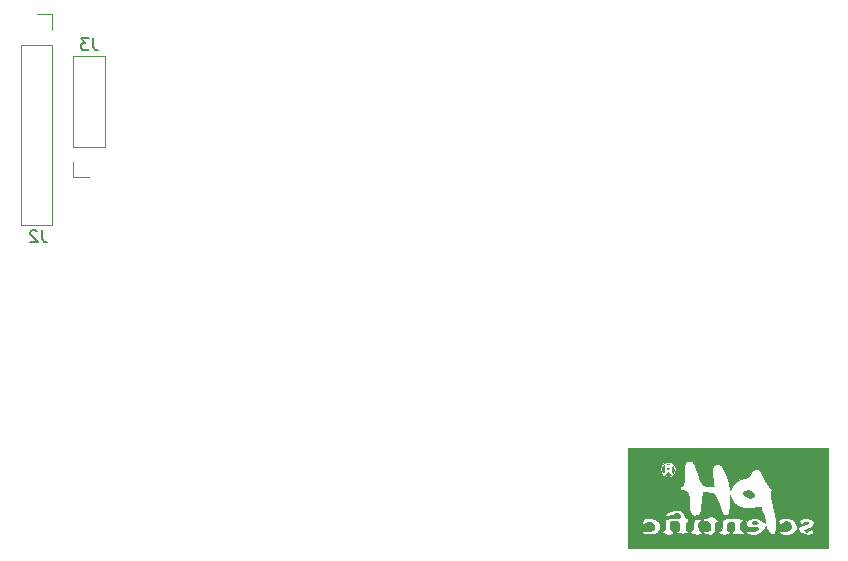
<source format=gbr>
G04 #@! TF.GenerationSoftware,KiCad,Pcbnew,(5.1.2)-2*
G04 #@! TF.CreationDate,2019-10-28T15:07:55+07:00*
G04 #@! TF.ProjectId,ph_shield_sim7000_pm2_hw,70685f73-6869-4656-9c64-5f73696d3730,rev?*
G04 #@! TF.SameCoordinates,Original*
G04 #@! TF.FileFunction,Legend,Bot*
G04 #@! TF.FilePolarity,Positive*
%FSLAX46Y46*%
G04 Gerber Fmt 4.6, Leading zero omitted, Abs format (unit mm)*
G04 Created by KiCad (PCBNEW (5.1.2)-2) date 2019-10-28 15:07:55*
%MOMM*%
%LPD*%
G04 APERTURE LIST*
%ADD10C,0.010000*%
%ADD11C,0.120000*%
%ADD12C,0.150000*%
G04 APERTURE END LIST*
D10*
G36*
X152559333Y-119281333D02*
G01*
X169492666Y-119281333D01*
X169492666Y-117224351D01*
X168291973Y-117224351D01*
X168242362Y-117384811D01*
X168109632Y-117499766D01*
X167887739Y-117596027D01*
X167658200Y-117696948D01*
X167507043Y-117794230D01*
X167478517Y-117830781D01*
X167513656Y-117904468D01*
X167642566Y-117926226D01*
X167799355Y-117900516D01*
X167918125Y-117831801D01*
X167938049Y-117799667D01*
X168039247Y-117682234D01*
X168154680Y-117699518D01*
X168220875Y-117835782D01*
X168222666Y-117870222D01*
X168200781Y-118048031D01*
X168166222Y-118124222D01*
X168023573Y-118173087D01*
X167782727Y-118178554D01*
X167507807Y-118145462D01*
X167262934Y-118078649D01*
X167202462Y-118051492D01*
X167001310Y-117887160D01*
X166952666Y-117721329D01*
X166982562Y-117589082D01*
X167097408Y-117486823D01*
X167110681Y-117481025D01*
X166851232Y-117481025D01*
X166847765Y-117728145D01*
X166769567Y-117891296D01*
X166649314Y-118001728D01*
X166404132Y-118116843D01*
X166071250Y-118179710D01*
X165726487Y-118182072D01*
X165477925Y-118129275D01*
X165361046Y-118019051D01*
X165344000Y-117950519D01*
X165382715Y-117868836D01*
X165524631Y-117860078D01*
X165629886Y-117876787D01*
X165971971Y-117892275D01*
X166218452Y-117802710D01*
X166346769Y-117619246D01*
X166360000Y-117515796D01*
X166347283Y-117463603D01*
X165089879Y-117463603D01*
X165072579Y-117818246D01*
X165006748Y-118044135D01*
X164967063Y-118092628D01*
X164806240Y-118150067D01*
X164629655Y-118122311D01*
X164511600Y-118028384D01*
X164497333Y-117972353D01*
X164429146Y-117846793D01*
X164370333Y-117811382D01*
X164266738Y-117697156D01*
X164235697Y-117569490D01*
X164222296Y-117470945D01*
X164188938Y-117522170D01*
X164149116Y-117649545D01*
X163996012Y-117900584D01*
X163730208Y-118088641D01*
X163401108Y-118199683D01*
X163058116Y-118219677D01*
X162750637Y-118134589D01*
X162655833Y-118073719D01*
X162568378Y-117971638D01*
X162358365Y-117971638D01*
X162356144Y-118071932D01*
X162274833Y-118126059D01*
X162105409Y-118157530D01*
X161866315Y-118160805D01*
X161623275Y-118140259D01*
X161442010Y-118100270D01*
X161389126Y-118067079D01*
X161402307Y-117954423D01*
X161457565Y-117892656D01*
X161537756Y-117736028D01*
X161534000Y-117461000D01*
X161494422Y-117243214D01*
X161421210Y-117146447D01*
X161272273Y-117122597D01*
X161237666Y-117122333D01*
X161070706Y-117138684D01*
X160992150Y-117220555D01*
X160959511Y-117417170D01*
X160956926Y-117447591D01*
X160967575Y-117712390D01*
X161063964Y-117874105D01*
X161083926Y-117890482D01*
X161185765Y-117990569D01*
X161149387Y-118065273D01*
X161110666Y-118093094D01*
X160915800Y-118156704D01*
X160646491Y-118175459D01*
X160391685Y-118148179D01*
X160274319Y-118104169D01*
X160207472Y-117991717D01*
X160262654Y-117879649D01*
X160374830Y-117841638D01*
X160442258Y-117761628D01*
X160488693Y-117540843D01*
X160500952Y-117397252D01*
X160530585Y-117129138D01*
X160552978Y-117036191D01*
X160170948Y-117036191D01*
X160071056Y-117079610D01*
X160052333Y-117080000D01*
X159975440Y-117122119D01*
X159936037Y-117269741D01*
X159925333Y-117541459D01*
X159884926Y-117890803D01*
X159755345Y-118102252D01*
X159524056Y-118184704D01*
X159178522Y-118147054D01*
X159099833Y-118127302D01*
X158932989Y-118042308D01*
X158914470Y-117942840D01*
X159030947Y-117864832D01*
X159205666Y-117842000D01*
X159407229Y-117825047D01*
X159489087Y-117753545D01*
X159500844Y-117651500D01*
X159463091Y-117321048D01*
X159348885Y-117129576D01*
X159182408Y-117063625D01*
X158988759Y-117002078D01*
X158937350Y-116905807D01*
X158945931Y-116897646D01*
X158815329Y-116897646D01*
X158796426Y-116969942D01*
X158651786Y-117038792D01*
X158542784Y-117102976D01*
X158498037Y-117235892D01*
X158498237Y-117467136D01*
X158534011Y-117729214D01*
X158616417Y-117862198D01*
X158671118Y-117889343D01*
X158811178Y-117979270D01*
X158789615Y-118100365D01*
X158768222Y-118124222D01*
X158646200Y-118162841D01*
X158426803Y-118178729D01*
X158180516Y-118171455D01*
X157977824Y-118140587D01*
X157942591Y-118129275D01*
X157831613Y-118032798D01*
X157828455Y-118003407D01*
X157724000Y-118003407D01*
X157643528Y-118057025D01*
X157416949Y-118088778D01*
X157173666Y-118096000D01*
X156854983Y-118082461D01*
X156666256Y-118044339D01*
X156623333Y-118003407D01*
X156693259Y-117906633D01*
X156771759Y-117871999D01*
X156865219Y-117811635D01*
X156898416Y-117667166D01*
X156890907Y-117465049D01*
X156861356Y-117232754D01*
X156796482Y-117117690D01*
X156658399Y-117067775D01*
X156594314Y-117057314D01*
X156373505Y-117041158D01*
X156221166Y-117057916D01*
X156146115Y-117165223D01*
X156114209Y-117368277D01*
X156123692Y-117599556D01*
X156172812Y-117791534D01*
X156242333Y-117872618D01*
X156355000Y-117988243D01*
X156369333Y-118055434D01*
X156297623Y-118139418D01*
X156119538Y-118177882D01*
X155890644Y-118174788D01*
X155666511Y-118134098D01*
X155502705Y-118059771D01*
X155453751Y-117990167D01*
X155486544Y-117864134D01*
X155558792Y-117842000D01*
X155635317Y-117807862D01*
X155676533Y-117682769D01*
X155691362Y-117432699D01*
X155691833Y-117359705D01*
X155288939Y-117359705D01*
X155280312Y-117679597D01*
X155260899Y-117743220D01*
X155139231Y-117951325D01*
X154989033Y-118079325D01*
X154772123Y-118138086D01*
X154467624Y-118170153D01*
X154154487Y-118171974D01*
X153911664Y-118139998D01*
X153878591Y-118129275D01*
X153761714Y-118019136D01*
X153744666Y-117950678D01*
X153786278Y-117868948D01*
X153935408Y-117850870D01*
X154062166Y-117862600D01*
X154409411Y-117860357D01*
X154657153Y-117769383D01*
X154786321Y-117607735D01*
X154777842Y-117393470D01*
X154704173Y-117254810D01*
X154545576Y-117130643D01*
X154338459Y-117081211D01*
X154149847Y-117111435D01*
X154052715Y-117207000D01*
X153949397Y-117326725D01*
X153827828Y-117313880D01*
X153750133Y-117184940D01*
X153744666Y-117125312D01*
X153815881Y-116911105D01*
X154021803Y-116787622D01*
X154350852Y-116760301D01*
X154492000Y-116774331D01*
X154878335Y-116886346D01*
X155149464Y-117088379D01*
X155288939Y-117359705D01*
X155691833Y-117359705D01*
X155692000Y-117334000D01*
X155692000Y-116826000D01*
X156200000Y-116815417D01*
X156547891Y-116806812D01*
X156761383Y-116792073D01*
X156875363Y-116761142D01*
X156924719Y-116703964D01*
X156944340Y-116610480D01*
X156945769Y-116600439D01*
X156905026Y-116433156D01*
X156768203Y-116344354D01*
X156598630Y-116355394D01*
X156485685Y-116445243D01*
X156343196Y-116545580D01*
X156246401Y-116542943D01*
X156135058Y-116541886D01*
X156115333Y-116580546D01*
X156051764Y-116638940D01*
X155912254Y-116636078D01*
X155773595Y-116583819D01*
X155716215Y-116518916D01*
X155763414Y-116419906D01*
X155927285Y-116301993D01*
X156160418Y-116188107D01*
X156415399Y-116101178D01*
X156644817Y-116064135D01*
X156656856Y-116064000D01*
X156927585Y-116117557D01*
X157172968Y-116253690D01*
X157341117Y-116435587D01*
X157385333Y-116580802D01*
X157442414Y-116740969D01*
X157512333Y-116795382D01*
X157621570Y-116897795D01*
X157623565Y-117028171D01*
X157543111Y-117097963D01*
X157481162Y-117194730D01*
X157442236Y-117398208D01*
X157437278Y-117481748D01*
X157449740Y-117724366D01*
X157514498Y-117843995D01*
X157575833Y-117872137D01*
X157701501Y-117948635D01*
X157724000Y-118003407D01*
X157828455Y-118003407D01*
X157818801Y-117913584D01*
X157906954Y-117843768D01*
X157931441Y-117842000D01*
X158008953Y-117789703D01*
X158056709Y-117615818D01*
X158079608Y-117355167D01*
X158105000Y-116868333D01*
X158464833Y-116842298D01*
X158698873Y-116848870D01*
X158815329Y-116897646D01*
X158945931Y-116897646D01*
X159034513Y-116813403D01*
X159136152Y-116781675D01*
X159369198Y-116715085D01*
X159524499Y-116650003D01*
X159678503Y-116624192D01*
X159873741Y-116718056D01*
X159926666Y-116755706D01*
X160121904Y-116925863D01*
X160170948Y-117036191D01*
X160552978Y-117036191D01*
X160578695Y-116929455D01*
X160611186Y-116868447D01*
X160725382Y-116835641D01*
X160960443Y-116812819D01*
X161268436Y-116800244D01*
X161601425Y-116798179D01*
X161911475Y-116806884D01*
X162150654Y-116826623D01*
X162271025Y-116857658D01*
X162272910Y-116859355D01*
X162262116Y-116951272D01*
X162182592Y-117064981D01*
X162073469Y-117267794D01*
X162038543Y-117510703D01*
X162075668Y-117732506D01*
X162182697Y-117872001D01*
X162211333Y-117884333D01*
X162358365Y-117971638D01*
X162568378Y-117971638D01*
X162548896Y-117948898D01*
X162594674Y-117874903D01*
X162781607Y-117861481D01*
X162891513Y-117874968D01*
X163192221Y-117885160D01*
X163427054Y-117822945D01*
X163554426Y-117702542D01*
X163566000Y-117644355D01*
X163494281Y-117572482D01*
X163274703Y-117571349D01*
X163269896Y-117571904D01*
X162914640Y-117576736D01*
X162652364Y-117505953D01*
X162517309Y-117370931D01*
X162512914Y-117162614D01*
X162641805Y-116982163D01*
X162868210Y-116847750D01*
X163156360Y-116777546D01*
X163470484Y-116789723D01*
X163597214Y-116822330D01*
X163839581Y-116938848D01*
X164025507Y-117089495D01*
X164039976Y-117107646D01*
X164126607Y-117216749D01*
X164153707Y-117204017D01*
X164134060Y-117049759D01*
X164122316Y-116980814D01*
X164065171Y-116710964D01*
X163981459Y-116382193D01*
X163938646Y-116231614D01*
X163855379Y-115979447D01*
X163782280Y-115858216D01*
X163691307Y-115833889D01*
X163623735Y-115849412D01*
X163443439Y-115885470D01*
X163160643Y-115922698D01*
X162888666Y-115948609D01*
X162345921Y-115930031D01*
X161906795Y-115779265D01*
X161565915Y-115493721D01*
X161389538Y-115225183D01*
X161195333Y-114852033D01*
X161186894Y-115479183D01*
X161172991Y-115923691D01*
X161139222Y-116225087D01*
X161076309Y-116409265D01*
X160974976Y-116502113D01*
X160825946Y-116529524D01*
X160810516Y-116529667D01*
X160700090Y-116522020D01*
X160613854Y-116480932D01*
X160534452Y-116379183D01*
X160444527Y-116189553D01*
X160326723Y-115884822D01*
X160228979Y-115617636D01*
X160079394Y-115212371D01*
X159960997Y-114938436D01*
X159846076Y-114768405D01*
X159706918Y-114674848D01*
X159515811Y-114630338D01*
X159245041Y-114607446D01*
X159205666Y-114604836D01*
X158867000Y-114582333D01*
X158814382Y-115344333D01*
X158773128Y-115828728D01*
X158719624Y-116168354D01*
X158642218Y-116387771D01*
X158529258Y-116511544D01*
X158369091Y-116564233D01*
X158232000Y-116572000D01*
X158017756Y-116548310D01*
X157872069Y-116460256D01*
X157782709Y-116282363D01*
X157737449Y-115989155D01*
X157724060Y-115555155D01*
X157724000Y-115513666D01*
X157712154Y-115069543D01*
X157668579Y-114766780D01*
X157581221Y-114578554D01*
X157438024Y-114478039D01*
X157241299Y-114439524D01*
X157023605Y-114402679D01*
X156931906Y-114323508D01*
X156919666Y-114243667D01*
X156989873Y-114090078D01*
X157091210Y-114049762D01*
X157166739Y-114027438D01*
X157216378Y-113966189D01*
X157245735Y-113835780D01*
X157260416Y-113605974D01*
X157266026Y-113246536D01*
X157266806Y-113102729D01*
X157275266Y-112689194D01*
X156623333Y-112689194D01*
X156552963Y-112997222D01*
X156369056Y-113219306D01*
X156112417Y-113339165D01*
X155823849Y-113340513D01*
X155544157Y-113207070D01*
X155476485Y-113146848D01*
X155312057Y-112881762D01*
X155285232Y-112592749D01*
X155378671Y-112322159D01*
X155575040Y-112112338D01*
X155856999Y-112005636D01*
X155946000Y-112000000D01*
X156241285Y-112076867D01*
X156476946Y-112277754D01*
X156609177Y-112558086D01*
X156623333Y-112689194D01*
X157275266Y-112689194D01*
X157276497Y-112629066D01*
X157307931Y-112299281D01*
X157371953Y-112088270D01*
X157479406Y-111970931D01*
X157641134Y-111922158D01*
X157779709Y-111915333D01*
X157958146Y-111930509D01*
X158075018Y-112003092D01*
X158177076Y-112173663D01*
X158239918Y-112314806D01*
X158353024Y-112605982D01*
X158481730Y-112977655D01*
X158592433Y-113330451D01*
X158692765Y-113654175D01*
X158788120Y-113853198D01*
X158921851Y-113965106D01*
X159137312Y-114027487D01*
X159450224Y-114074162D01*
X159693018Y-114102051D01*
X159803294Y-114091737D01*
X159815494Y-114033277D01*
X159792157Y-113975446D01*
X159754699Y-113820526D01*
X159719839Y-113548665D01*
X159693903Y-113212212D01*
X159689713Y-113127751D01*
X159677699Y-112783799D01*
X159684820Y-112567460D01*
X159720155Y-112437312D01*
X159792781Y-112351935D01*
X159872052Y-112295721D01*
X160093000Y-112201866D01*
X160280271Y-112183970D01*
X160450755Y-112286343D01*
X160630475Y-112529998D01*
X160806153Y-112888382D01*
X160964514Y-113334948D01*
X161079519Y-113782185D01*
X161220784Y-114439570D01*
X161398558Y-114088302D01*
X161661594Y-113721808D01*
X162005744Y-113470188D01*
X162394710Y-113358151D01*
X162476241Y-113354667D01*
X162698312Y-113336636D01*
X162808709Y-113262431D01*
X162851884Y-113151029D01*
X162974343Y-112902987D01*
X163176079Y-112706988D01*
X163403615Y-112608337D01*
X163494214Y-112606859D01*
X163611737Y-112657928D01*
X163739518Y-112794058D01*
X163896447Y-113040037D01*
X164074000Y-113367710D01*
X164256017Y-113704872D01*
X164427519Y-114000154D01*
X164562674Y-114210020D01*
X164609915Y-114270834D01*
X164713043Y-114437079D01*
X164680908Y-114597964D01*
X164677564Y-114604303D01*
X164637910Y-114781826D01*
X164672684Y-115054906D01*
X164714906Y-115225180D01*
X164871163Y-115860995D01*
X164987115Y-116461593D01*
X165060706Y-117003591D01*
X165089879Y-117463603D01*
X166347283Y-117463603D01*
X166300454Y-117271408D01*
X166151439Y-117106628D01*
X165957389Y-117045114D01*
X165762738Y-117110524D01*
X165703847Y-117166427D01*
X165526219Y-117311671D01*
X165383450Y-117305944D01*
X165313382Y-117207000D01*
X165298447Y-116992577D01*
X165424916Y-116839108D01*
X165672215Y-116758176D01*
X166019770Y-116761366D01*
X166087444Y-116771124D01*
X166477772Y-116892188D01*
X166729115Y-117107965D01*
X166845034Y-117421764D01*
X166851232Y-117481025D01*
X167110681Y-117481025D01*
X167334941Y-117383064D01*
X167376000Y-117368111D01*
X167646023Y-117254710D01*
X167780945Y-117162020D01*
X167771741Y-117100385D01*
X167627343Y-117080000D01*
X167464537Y-117135171D01*
X167406618Y-117207000D01*
X167305373Y-117332361D01*
X167184375Y-117330433D01*
X167089003Y-117230230D01*
X167064638Y-117060766D01*
X167078973Y-116997517D01*
X167206822Y-116849550D01*
X167442885Y-116776137D01*
X167740091Y-116784305D01*
X168003120Y-116859584D01*
X168208207Y-116963717D01*
X168290017Y-117076048D01*
X168291973Y-117224351D01*
X169492666Y-117224351D01*
X169492666Y-110814667D01*
X152559333Y-110814667D01*
X152559333Y-119281333D01*
X152559333Y-119281333D01*
G37*
X152559333Y-119281333D02*
X169492666Y-119281333D01*
X169492666Y-117224351D01*
X168291973Y-117224351D01*
X168242362Y-117384811D01*
X168109632Y-117499766D01*
X167887739Y-117596027D01*
X167658200Y-117696948D01*
X167507043Y-117794230D01*
X167478517Y-117830781D01*
X167513656Y-117904468D01*
X167642566Y-117926226D01*
X167799355Y-117900516D01*
X167918125Y-117831801D01*
X167938049Y-117799667D01*
X168039247Y-117682234D01*
X168154680Y-117699518D01*
X168220875Y-117835782D01*
X168222666Y-117870222D01*
X168200781Y-118048031D01*
X168166222Y-118124222D01*
X168023573Y-118173087D01*
X167782727Y-118178554D01*
X167507807Y-118145462D01*
X167262934Y-118078649D01*
X167202462Y-118051492D01*
X167001310Y-117887160D01*
X166952666Y-117721329D01*
X166982562Y-117589082D01*
X167097408Y-117486823D01*
X167110681Y-117481025D01*
X166851232Y-117481025D01*
X166847765Y-117728145D01*
X166769567Y-117891296D01*
X166649314Y-118001728D01*
X166404132Y-118116843D01*
X166071250Y-118179710D01*
X165726487Y-118182072D01*
X165477925Y-118129275D01*
X165361046Y-118019051D01*
X165344000Y-117950519D01*
X165382715Y-117868836D01*
X165524631Y-117860078D01*
X165629886Y-117876787D01*
X165971971Y-117892275D01*
X166218452Y-117802710D01*
X166346769Y-117619246D01*
X166360000Y-117515796D01*
X166347283Y-117463603D01*
X165089879Y-117463603D01*
X165072579Y-117818246D01*
X165006748Y-118044135D01*
X164967063Y-118092628D01*
X164806240Y-118150067D01*
X164629655Y-118122311D01*
X164511600Y-118028384D01*
X164497333Y-117972353D01*
X164429146Y-117846793D01*
X164370333Y-117811382D01*
X164266738Y-117697156D01*
X164235697Y-117569490D01*
X164222296Y-117470945D01*
X164188938Y-117522170D01*
X164149116Y-117649545D01*
X163996012Y-117900584D01*
X163730208Y-118088641D01*
X163401108Y-118199683D01*
X163058116Y-118219677D01*
X162750637Y-118134589D01*
X162655833Y-118073719D01*
X162568378Y-117971638D01*
X162358365Y-117971638D01*
X162356144Y-118071932D01*
X162274833Y-118126059D01*
X162105409Y-118157530D01*
X161866315Y-118160805D01*
X161623275Y-118140259D01*
X161442010Y-118100270D01*
X161389126Y-118067079D01*
X161402307Y-117954423D01*
X161457565Y-117892656D01*
X161537756Y-117736028D01*
X161534000Y-117461000D01*
X161494422Y-117243214D01*
X161421210Y-117146447D01*
X161272273Y-117122597D01*
X161237666Y-117122333D01*
X161070706Y-117138684D01*
X160992150Y-117220555D01*
X160959511Y-117417170D01*
X160956926Y-117447591D01*
X160967575Y-117712390D01*
X161063964Y-117874105D01*
X161083926Y-117890482D01*
X161185765Y-117990569D01*
X161149387Y-118065273D01*
X161110666Y-118093094D01*
X160915800Y-118156704D01*
X160646491Y-118175459D01*
X160391685Y-118148179D01*
X160274319Y-118104169D01*
X160207472Y-117991717D01*
X160262654Y-117879649D01*
X160374830Y-117841638D01*
X160442258Y-117761628D01*
X160488693Y-117540843D01*
X160500952Y-117397252D01*
X160530585Y-117129138D01*
X160552978Y-117036191D01*
X160170948Y-117036191D01*
X160071056Y-117079610D01*
X160052333Y-117080000D01*
X159975440Y-117122119D01*
X159936037Y-117269741D01*
X159925333Y-117541459D01*
X159884926Y-117890803D01*
X159755345Y-118102252D01*
X159524056Y-118184704D01*
X159178522Y-118147054D01*
X159099833Y-118127302D01*
X158932989Y-118042308D01*
X158914470Y-117942840D01*
X159030947Y-117864832D01*
X159205666Y-117842000D01*
X159407229Y-117825047D01*
X159489087Y-117753545D01*
X159500844Y-117651500D01*
X159463091Y-117321048D01*
X159348885Y-117129576D01*
X159182408Y-117063625D01*
X158988759Y-117002078D01*
X158937350Y-116905807D01*
X158945931Y-116897646D01*
X158815329Y-116897646D01*
X158796426Y-116969942D01*
X158651786Y-117038792D01*
X158542784Y-117102976D01*
X158498037Y-117235892D01*
X158498237Y-117467136D01*
X158534011Y-117729214D01*
X158616417Y-117862198D01*
X158671118Y-117889343D01*
X158811178Y-117979270D01*
X158789615Y-118100365D01*
X158768222Y-118124222D01*
X158646200Y-118162841D01*
X158426803Y-118178729D01*
X158180516Y-118171455D01*
X157977824Y-118140587D01*
X157942591Y-118129275D01*
X157831613Y-118032798D01*
X157828455Y-118003407D01*
X157724000Y-118003407D01*
X157643528Y-118057025D01*
X157416949Y-118088778D01*
X157173666Y-118096000D01*
X156854983Y-118082461D01*
X156666256Y-118044339D01*
X156623333Y-118003407D01*
X156693259Y-117906633D01*
X156771759Y-117871999D01*
X156865219Y-117811635D01*
X156898416Y-117667166D01*
X156890907Y-117465049D01*
X156861356Y-117232754D01*
X156796482Y-117117690D01*
X156658399Y-117067775D01*
X156594314Y-117057314D01*
X156373505Y-117041158D01*
X156221166Y-117057916D01*
X156146115Y-117165223D01*
X156114209Y-117368277D01*
X156123692Y-117599556D01*
X156172812Y-117791534D01*
X156242333Y-117872618D01*
X156355000Y-117988243D01*
X156369333Y-118055434D01*
X156297623Y-118139418D01*
X156119538Y-118177882D01*
X155890644Y-118174788D01*
X155666511Y-118134098D01*
X155502705Y-118059771D01*
X155453751Y-117990167D01*
X155486544Y-117864134D01*
X155558792Y-117842000D01*
X155635317Y-117807862D01*
X155676533Y-117682769D01*
X155691362Y-117432699D01*
X155691833Y-117359705D01*
X155288939Y-117359705D01*
X155280312Y-117679597D01*
X155260899Y-117743220D01*
X155139231Y-117951325D01*
X154989033Y-118079325D01*
X154772123Y-118138086D01*
X154467624Y-118170153D01*
X154154487Y-118171974D01*
X153911664Y-118139998D01*
X153878591Y-118129275D01*
X153761714Y-118019136D01*
X153744666Y-117950678D01*
X153786278Y-117868948D01*
X153935408Y-117850870D01*
X154062166Y-117862600D01*
X154409411Y-117860357D01*
X154657153Y-117769383D01*
X154786321Y-117607735D01*
X154777842Y-117393470D01*
X154704173Y-117254810D01*
X154545576Y-117130643D01*
X154338459Y-117081211D01*
X154149847Y-117111435D01*
X154052715Y-117207000D01*
X153949397Y-117326725D01*
X153827828Y-117313880D01*
X153750133Y-117184940D01*
X153744666Y-117125312D01*
X153815881Y-116911105D01*
X154021803Y-116787622D01*
X154350852Y-116760301D01*
X154492000Y-116774331D01*
X154878335Y-116886346D01*
X155149464Y-117088379D01*
X155288939Y-117359705D01*
X155691833Y-117359705D01*
X155692000Y-117334000D01*
X155692000Y-116826000D01*
X156200000Y-116815417D01*
X156547891Y-116806812D01*
X156761383Y-116792073D01*
X156875363Y-116761142D01*
X156924719Y-116703964D01*
X156944340Y-116610480D01*
X156945769Y-116600439D01*
X156905026Y-116433156D01*
X156768203Y-116344354D01*
X156598630Y-116355394D01*
X156485685Y-116445243D01*
X156343196Y-116545580D01*
X156246401Y-116542943D01*
X156135058Y-116541886D01*
X156115333Y-116580546D01*
X156051764Y-116638940D01*
X155912254Y-116636078D01*
X155773595Y-116583819D01*
X155716215Y-116518916D01*
X155763414Y-116419906D01*
X155927285Y-116301993D01*
X156160418Y-116188107D01*
X156415399Y-116101178D01*
X156644817Y-116064135D01*
X156656856Y-116064000D01*
X156927585Y-116117557D01*
X157172968Y-116253690D01*
X157341117Y-116435587D01*
X157385333Y-116580802D01*
X157442414Y-116740969D01*
X157512333Y-116795382D01*
X157621570Y-116897795D01*
X157623565Y-117028171D01*
X157543111Y-117097963D01*
X157481162Y-117194730D01*
X157442236Y-117398208D01*
X157437278Y-117481748D01*
X157449740Y-117724366D01*
X157514498Y-117843995D01*
X157575833Y-117872137D01*
X157701501Y-117948635D01*
X157724000Y-118003407D01*
X157828455Y-118003407D01*
X157818801Y-117913584D01*
X157906954Y-117843768D01*
X157931441Y-117842000D01*
X158008953Y-117789703D01*
X158056709Y-117615818D01*
X158079608Y-117355167D01*
X158105000Y-116868333D01*
X158464833Y-116842298D01*
X158698873Y-116848870D01*
X158815329Y-116897646D01*
X158945931Y-116897646D01*
X159034513Y-116813403D01*
X159136152Y-116781675D01*
X159369198Y-116715085D01*
X159524499Y-116650003D01*
X159678503Y-116624192D01*
X159873741Y-116718056D01*
X159926666Y-116755706D01*
X160121904Y-116925863D01*
X160170948Y-117036191D01*
X160552978Y-117036191D01*
X160578695Y-116929455D01*
X160611186Y-116868447D01*
X160725382Y-116835641D01*
X160960443Y-116812819D01*
X161268436Y-116800244D01*
X161601425Y-116798179D01*
X161911475Y-116806884D01*
X162150654Y-116826623D01*
X162271025Y-116857658D01*
X162272910Y-116859355D01*
X162262116Y-116951272D01*
X162182592Y-117064981D01*
X162073469Y-117267794D01*
X162038543Y-117510703D01*
X162075668Y-117732506D01*
X162182697Y-117872001D01*
X162211333Y-117884333D01*
X162358365Y-117971638D01*
X162568378Y-117971638D01*
X162548896Y-117948898D01*
X162594674Y-117874903D01*
X162781607Y-117861481D01*
X162891513Y-117874968D01*
X163192221Y-117885160D01*
X163427054Y-117822945D01*
X163554426Y-117702542D01*
X163566000Y-117644355D01*
X163494281Y-117572482D01*
X163274703Y-117571349D01*
X163269896Y-117571904D01*
X162914640Y-117576736D01*
X162652364Y-117505953D01*
X162517309Y-117370931D01*
X162512914Y-117162614D01*
X162641805Y-116982163D01*
X162868210Y-116847750D01*
X163156360Y-116777546D01*
X163470484Y-116789723D01*
X163597214Y-116822330D01*
X163839581Y-116938848D01*
X164025507Y-117089495D01*
X164039976Y-117107646D01*
X164126607Y-117216749D01*
X164153707Y-117204017D01*
X164134060Y-117049759D01*
X164122316Y-116980814D01*
X164065171Y-116710964D01*
X163981459Y-116382193D01*
X163938646Y-116231614D01*
X163855379Y-115979447D01*
X163782280Y-115858216D01*
X163691307Y-115833889D01*
X163623735Y-115849412D01*
X163443439Y-115885470D01*
X163160643Y-115922698D01*
X162888666Y-115948609D01*
X162345921Y-115930031D01*
X161906795Y-115779265D01*
X161565915Y-115493721D01*
X161389538Y-115225183D01*
X161195333Y-114852033D01*
X161186894Y-115479183D01*
X161172991Y-115923691D01*
X161139222Y-116225087D01*
X161076309Y-116409265D01*
X160974976Y-116502113D01*
X160825946Y-116529524D01*
X160810516Y-116529667D01*
X160700090Y-116522020D01*
X160613854Y-116480932D01*
X160534452Y-116379183D01*
X160444527Y-116189553D01*
X160326723Y-115884822D01*
X160228979Y-115617636D01*
X160079394Y-115212371D01*
X159960997Y-114938436D01*
X159846076Y-114768405D01*
X159706918Y-114674848D01*
X159515811Y-114630338D01*
X159245041Y-114607446D01*
X159205666Y-114604836D01*
X158867000Y-114582333D01*
X158814382Y-115344333D01*
X158773128Y-115828728D01*
X158719624Y-116168354D01*
X158642218Y-116387771D01*
X158529258Y-116511544D01*
X158369091Y-116564233D01*
X158232000Y-116572000D01*
X158017756Y-116548310D01*
X157872069Y-116460256D01*
X157782709Y-116282363D01*
X157737449Y-115989155D01*
X157724060Y-115555155D01*
X157724000Y-115513666D01*
X157712154Y-115069543D01*
X157668579Y-114766780D01*
X157581221Y-114578554D01*
X157438024Y-114478039D01*
X157241299Y-114439524D01*
X157023605Y-114402679D01*
X156931906Y-114323508D01*
X156919666Y-114243667D01*
X156989873Y-114090078D01*
X157091210Y-114049762D01*
X157166739Y-114027438D01*
X157216378Y-113966189D01*
X157245735Y-113835780D01*
X157260416Y-113605974D01*
X157266026Y-113246536D01*
X157266806Y-113102729D01*
X157275266Y-112689194D01*
X156623333Y-112689194D01*
X156552963Y-112997222D01*
X156369056Y-113219306D01*
X156112417Y-113339165D01*
X155823849Y-113340513D01*
X155544157Y-113207070D01*
X155476485Y-113146848D01*
X155312057Y-112881762D01*
X155285232Y-112592749D01*
X155378671Y-112322159D01*
X155575040Y-112112338D01*
X155856999Y-112005636D01*
X155946000Y-112000000D01*
X156241285Y-112076867D01*
X156476946Y-112277754D01*
X156609177Y-112558086D01*
X156623333Y-112689194D01*
X157275266Y-112689194D01*
X157276497Y-112629066D01*
X157307931Y-112299281D01*
X157371953Y-112088270D01*
X157479406Y-111970931D01*
X157641134Y-111922158D01*
X157779709Y-111915333D01*
X157958146Y-111930509D01*
X158075018Y-112003092D01*
X158177076Y-112173663D01*
X158239918Y-112314806D01*
X158353024Y-112605982D01*
X158481730Y-112977655D01*
X158592433Y-113330451D01*
X158692765Y-113654175D01*
X158788120Y-113853198D01*
X158921851Y-113965106D01*
X159137312Y-114027487D01*
X159450224Y-114074162D01*
X159693018Y-114102051D01*
X159803294Y-114091737D01*
X159815494Y-114033277D01*
X159792157Y-113975446D01*
X159754699Y-113820526D01*
X159719839Y-113548665D01*
X159693903Y-113212212D01*
X159689713Y-113127751D01*
X159677699Y-112783799D01*
X159684820Y-112567460D01*
X159720155Y-112437312D01*
X159792781Y-112351935D01*
X159872052Y-112295721D01*
X160093000Y-112201866D01*
X160280271Y-112183970D01*
X160450755Y-112286343D01*
X160630475Y-112529998D01*
X160806153Y-112888382D01*
X160964514Y-113334948D01*
X161079519Y-113782185D01*
X161220784Y-114439570D01*
X161398558Y-114088302D01*
X161661594Y-113721808D01*
X162005744Y-113470188D01*
X162394710Y-113358151D01*
X162476241Y-113354667D01*
X162698312Y-113336636D01*
X162808709Y-113262431D01*
X162851884Y-113151029D01*
X162974343Y-112902987D01*
X163176079Y-112706988D01*
X163403615Y-112608337D01*
X163494214Y-112606859D01*
X163611737Y-112657928D01*
X163739518Y-112794058D01*
X163896447Y-113040037D01*
X164074000Y-113367710D01*
X164256017Y-113704872D01*
X164427519Y-114000154D01*
X164562674Y-114210020D01*
X164609915Y-114270834D01*
X164713043Y-114437079D01*
X164680908Y-114597964D01*
X164677564Y-114604303D01*
X164637910Y-114781826D01*
X164672684Y-115054906D01*
X164714906Y-115225180D01*
X164871163Y-115860995D01*
X164987115Y-116461593D01*
X165060706Y-117003591D01*
X165089879Y-117463603D01*
X166347283Y-117463603D01*
X166300454Y-117271408D01*
X166151439Y-117106628D01*
X165957389Y-117045114D01*
X165762738Y-117110524D01*
X165703847Y-117166427D01*
X165526219Y-117311671D01*
X165383450Y-117305944D01*
X165313382Y-117207000D01*
X165298447Y-116992577D01*
X165424916Y-116839108D01*
X165672215Y-116758176D01*
X166019770Y-116761366D01*
X166087444Y-116771124D01*
X166477772Y-116892188D01*
X166729115Y-117107965D01*
X166845034Y-117421764D01*
X166851232Y-117481025D01*
X167110681Y-117481025D01*
X167334941Y-117383064D01*
X167376000Y-117368111D01*
X167646023Y-117254710D01*
X167780945Y-117162020D01*
X167771741Y-117100385D01*
X167627343Y-117080000D01*
X167464537Y-117135171D01*
X167406618Y-117207000D01*
X167305373Y-117332361D01*
X167184375Y-117330433D01*
X167089003Y-117230230D01*
X167064638Y-117060766D01*
X167078973Y-116997517D01*
X167206822Y-116849550D01*
X167442885Y-116776137D01*
X167740091Y-116784305D01*
X168003120Y-116859584D01*
X168208207Y-116963717D01*
X168290017Y-117076048D01*
X168291973Y-117224351D01*
X169492666Y-117224351D01*
X169492666Y-110814667D01*
X152559333Y-110814667D01*
X152559333Y-119281333D01*
G36*
X163185000Y-117049382D02*
G01*
X163065405Y-117131940D01*
X163096490Y-117207233D01*
X163260811Y-117247797D01*
X163312000Y-117249333D01*
X163490380Y-117227422D01*
X163565982Y-117174631D01*
X163566000Y-117173725D01*
X163495238Y-117077733D01*
X163335374Y-117030627D01*
X163185000Y-117049382D01*
X163185000Y-117049382D01*
G37*
X163185000Y-117049382D02*
X163065405Y-117131940D01*
X163096490Y-117207233D01*
X163260811Y-117247797D01*
X163312000Y-117249333D01*
X163490380Y-117227422D01*
X163565982Y-117174631D01*
X163566000Y-117173725D01*
X163495238Y-117077733D01*
X163335374Y-117030627D01*
X163185000Y-117049382D01*
G36*
X162473219Y-114451113D02*
G01*
X162322060Y-114600554D01*
X162321129Y-114774533D01*
X162466855Y-114926734D01*
X162511650Y-114949743D01*
X162843838Y-115041667D01*
X163113538Y-114982496D01*
X163138754Y-114967543D01*
X163215386Y-114888998D01*
X163193857Y-114769690D01*
X163144391Y-114670222D01*
X162952157Y-114461375D01*
X162699278Y-114391008D01*
X162473219Y-114451113D01*
X162473219Y-114451113D01*
G37*
X162473219Y-114451113D02*
X162322060Y-114600554D01*
X162321129Y-114774533D01*
X162466855Y-114926734D01*
X162511650Y-114949743D01*
X162843838Y-115041667D01*
X163113538Y-114982496D01*
X163138754Y-114967543D01*
X163215386Y-114888998D01*
X163193857Y-114769690D01*
X163144391Y-114670222D01*
X162952157Y-114461375D01*
X162699278Y-114391008D01*
X162473219Y-114451113D01*
G36*
X155845587Y-112987093D02*
G01*
X155824879Y-113009504D01*
X155726813Y-113128117D01*
X155746560Y-113175715D01*
X155907732Y-113184202D01*
X155954044Y-113184037D01*
X156118982Y-113168151D01*
X156160410Y-113130542D01*
X156149195Y-113120537D01*
X156036843Y-112985951D01*
X156020030Y-112946004D01*
X155961748Y-112897280D01*
X155845587Y-112987093D01*
X155845587Y-112987093D01*
G37*
X155845587Y-112987093D02*
X155824879Y-113009504D01*
X155726813Y-113128117D01*
X155746560Y-113175715D01*
X155907732Y-113184202D01*
X155954044Y-113184037D01*
X156118982Y-113168151D01*
X156160410Y-113130542D01*
X156149195Y-113120537D01*
X156036843Y-112985951D01*
X156020030Y-112946004D01*
X155961748Y-112897280D01*
X155845587Y-112987093D01*
G36*
X156328442Y-112377743D02*
G01*
X156305839Y-112486833D01*
X156293469Y-112734529D01*
X156306215Y-112867833D01*
X156338408Y-112994349D01*
X156380151Y-112964017D01*
X156405901Y-112909977D01*
X156432979Y-112720493D01*
X156405526Y-112528977D01*
X156356481Y-112376129D01*
X156328442Y-112377743D01*
X156328442Y-112377743D01*
G37*
X156328442Y-112377743D02*
X156305839Y-112486833D01*
X156293469Y-112734529D01*
X156306215Y-112867833D01*
X156338408Y-112994349D01*
X156380151Y-112964017D01*
X156405901Y-112909977D01*
X156432979Y-112720493D01*
X156405526Y-112528977D01*
X156356481Y-112376129D01*
X156328442Y-112377743D01*
G36*
X155543833Y-112395680D02*
G01*
X155452101Y-112601100D01*
X155454641Y-112793659D01*
X155522666Y-112889000D01*
X155607858Y-112894136D01*
X155617313Y-112872830D01*
X155627409Y-112747056D01*
X155638093Y-112537134D01*
X155638480Y-112527664D01*
X155637990Y-112352317D01*
X155605514Y-112323940D01*
X155543833Y-112395680D01*
X155543833Y-112395680D01*
G37*
X155543833Y-112395680D02*
X155452101Y-112601100D01*
X155454641Y-112793659D01*
X155522666Y-112889000D01*
X155607858Y-112894136D01*
X155617313Y-112872830D01*
X155627409Y-112747056D01*
X155638093Y-112537134D01*
X155638480Y-112527664D01*
X155637990Y-112352317D01*
X155605514Y-112323940D01*
X155543833Y-112395680D01*
G36*
X155889555Y-112536222D02*
G01*
X155901178Y-112586556D01*
X155946000Y-112592667D01*
X156015690Y-112561688D01*
X156002444Y-112536222D01*
X155901965Y-112526089D01*
X155889555Y-112536222D01*
X155889555Y-112536222D01*
G37*
X155889555Y-112536222D02*
X155901178Y-112586556D01*
X155946000Y-112592667D01*
X156015690Y-112561688D01*
X156002444Y-112536222D01*
X155901965Y-112526089D01*
X155889555Y-112536222D01*
G36*
X155840166Y-112197927D02*
G01*
X155829530Y-112228829D01*
X155946000Y-112240631D01*
X156066195Y-112227326D01*
X156051833Y-112197927D01*
X155878491Y-112186744D01*
X155840166Y-112197927D01*
X155840166Y-112197927D01*
G37*
X155840166Y-112197927D02*
X155829530Y-112228829D01*
X155946000Y-112240631D01*
X156066195Y-112227326D01*
X156051833Y-112197927D01*
X155878491Y-112186744D01*
X155840166Y-112197927D01*
D11*
X105604000Y-87944000D02*
X106934000Y-87944000D01*
X105604000Y-86614000D02*
X105604000Y-87944000D01*
X105604000Y-85344000D02*
X108264000Y-85344000D01*
X108264000Y-85344000D02*
X108264000Y-77664000D01*
X105604000Y-85344000D02*
X105604000Y-77664000D01*
X105604000Y-77664000D02*
X108264000Y-77664000D01*
X103819000Y-74108000D02*
X102489000Y-74108000D01*
X103819000Y-75438000D02*
X103819000Y-74108000D01*
X103819000Y-76708000D02*
X101159000Y-76708000D01*
X101159000Y-76708000D02*
X101159000Y-92008000D01*
X103819000Y-76708000D02*
X103819000Y-92008000D01*
X103819000Y-92008000D02*
X101159000Y-92008000D01*
D12*
X107267333Y-76160380D02*
X107267333Y-76874666D01*
X107314952Y-77017523D01*
X107410190Y-77112761D01*
X107553047Y-77160380D01*
X107648285Y-77160380D01*
X106886380Y-76160380D02*
X106267333Y-76160380D01*
X106600666Y-76541333D01*
X106457809Y-76541333D01*
X106362571Y-76588952D01*
X106314952Y-76636571D01*
X106267333Y-76731809D01*
X106267333Y-76969904D01*
X106314952Y-77065142D01*
X106362571Y-77112761D01*
X106457809Y-77160380D01*
X106743523Y-77160380D01*
X106838761Y-77112761D01*
X106886380Y-77065142D01*
X102949333Y-92416380D02*
X102949333Y-93130666D01*
X102996952Y-93273523D01*
X103092190Y-93368761D01*
X103235047Y-93416380D01*
X103330285Y-93416380D01*
X102520761Y-92511619D02*
X102473142Y-92464000D01*
X102377904Y-92416380D01*
X102139809Y-92416380D01*
X102044571Y-92464000D01*
X101996952Y-92511619D01*
X101949333Y-92606857D01*
X101949333Y-92702095D01*
X101996952Y-92844952D01*
X102568380Y-93416380D01*
X101949333Y-93416380D01*
M02*

</source>
